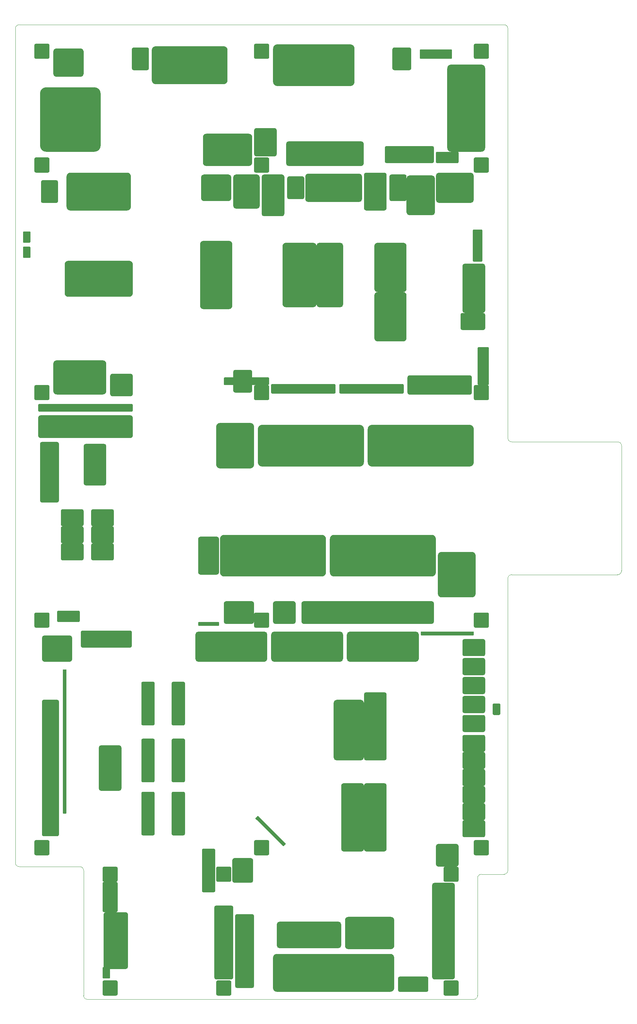
<source format=gbr>
G04 #@! TF.GenerationSoftware,KiCad,Pcbnew,6.0.10+dfsg-1~bpo11+1*
G04 #@! TF.ProjectId,main,6d61696e-2e6b-4696-9361-645f70636258,5.0*
G04 #@! TF.SameCoordinates,Original*
G04 #@! TF.FileFunction,Soldermask,Top*
G04 #@! TF.FilePolarity,Negative*
%FSLAX46Y46*%
G04 Gerber Fmt 4.6, Leading zero omitted, Abs format (unit mm)*
%MOMM*%
%LPD*%
G01*
G04 APERTURE LIST*
G04 #@! TA.AperFunction,Profile*
%ADD10C,0.120000*%
G04 #@! TD*
G04 APERTURE END LIST*
D10*
X94280000Y-276320000D02*
X94280000Y-243320000D01*
X198280000Y-245320000D02*
X198280000Y-276320000D01*
X235280000Y-165320000D02*
X207280000Y-165320000D01*
X197280000Y-277320000D02*
X95280000Y-277320000D01*
X93280000Y-242320000D02*
X77280000Y-242320000D01*
X206280000Y-21320000D02*
X206280000Y-129320000D01*
X76280000Y-241320000D02*
X76280000Y-21320000D01*
X207280000Y-130320000D02*
X235280000Y-130320000D01*
X236280000Y-131320000D02*
X236280000Y-164320000D01*
X206280000Y-166320000D02*
X206280000Y-243320000D01*
X77280000Y-20320000D02*
X205280000Y-20320000D01*
X205280000Y-244320000D02*
X199280000Y-244320000D01*
X206280000Y-129320000D02*
G75*
G03*
X207280000Y-130320000I1000000J0D01*
G01*
X206280000Y-21320000D02*
G75*
G03*
X205280000Y-20320000I-1000000J0D01*
G01*
X207280000Y-165320000D02*
G75*
G03*
X206280000Y-166320000I0J-1000000D01*
G01*
X205280000Y-244320000D02*
G75*
G03*
X206280000Y-243320000I0J1000000D01*
G01*
X94280000Y-243320000D02*
G75*
G03*
X93280000Y-242320000I-1000000J0D01*
G01*
X199280000Y-244320000D02*
G75*
G03*
X198280000Y-245320000I0J-1000000D01*
G01*
X197280000Y-277320000D02*
G75*
G03*
X198280000Y-276320000I0J1000000D01*
G01*
X76280000Y-241320000D02*
G75*
G03*
X77280000Y-242320000I999999J-1D01*
G01*
X235280000Y-165320000D02*
G75*
G03*
X236280000Y-164320000I0J1000000D01*
G01*
X77280000Y-20320000D02*
G75*
G03*
X76280000Y-21320000I-1J-999999D01*
G01*
X236280000Y-131320000D02*
G75*
G03*
X235280000Y-130320000I-1000000J0D01*
G01*
X94280000Y-276320000D02*
G75*
G03*
X95280000Y-277320000I1000000J0D01*
G01*
G36*
G01*
X112280000Y-35000000D02*
X112280000Y-27000000D01*
G75*
G02*
X113280000Y-26000000I1000000J0D01*
G01*
X131280000Y-26000000D01*
G75*
G02*
X132280000Y-27000000I0J-1000000D01*
G01*
X132280000Y-35000000D01*
G75*
G02*
X131280000Y-36000000I-1000000J0D01*
G01*
X113280000Y-36000000D01*
G75*
G02*
X112280000Y-35000000I0J1000000D01*
G01*
G37*
G36*
G01*
X101080000Y-271820000D02*
X99480000Y-271820000D01*
G75*
G02*
X99280000Y-271620000I0J200000D01*
G01*
X99280000Y-269020000D01*
G75*
G02*
X99480000Y-268820000I200000J0D01*
G01*
X101080000Y-268820000D01*
G75*
G02*
X101280000Y-269020000I0J-200000D01*
G01*
X101280000Y-271620000D01*
G75*
G02*
X101080000Y-271820000I-200000J0D01*
G01*
G37*
G36*
G01*
X148030000Y-65870000D02*
X148030000Y-60770000D01*
G75*
G02*
X148480000Y-60320000I450000J0D01*
G01*
X152080000Y-60320000D01*
G75*
G02*
X152530000Y-60770000I0J-450000D01*
G01*
X152530000Y-65870000D01*
G75*
G02*
X152080000Y-66320000I-450000J0D01*
G01*
X148480000Y-66320000D01*
G75*
G02*
X148030000Y-65870000I0J450000D01*
G01*
G37*
G36*
G01*
X162080000Y-94820000D02*
X156480000Y-94820000D01*
G75*
G02*
X155780000Y-94120000I0J700000D01*
G01*
X155780000Y-78520000D01*
G75*
G02*
X156480000Y-77820000I700000J0D01*
G01*
X162080000Y-77820000D01*
G75*
G02*
X162780000Y-78520000I0J-700000D01*
G01*
X162780000Y-94120000D01*
G75*
G02*
X162080000Y-94820000I-700000J0D01*
G01*
G37*
G36*
G01*
X97180000Y-53820000D02*
X84380000Y-53820000D01*
G75*
G02*
X82780000Y-52220000I0J1600000D01*
G01*
X82780000Y-38420000D01*
G75*
G02*
X84380000Y-36820000I1600000J0D01*
G01*
X97180000Y-36820000D01*
G75*
G02*
X98780000Y-38420000I0J-1600000D01*
G01*
X98780000Y-52220000D01*
G75*
G02*
X97180000Y-53820000I-1600000J0D01*
G01*
G37*
G36*
G01*
X83280000Y-187620000D02*
X83280000Y-182020000D01*
G75*
G02*
X83980000Y-181320000I700000J0D01*
G01*
X90580000Y-181320000D01*
G75*
G02*
X91280000Y-182020000I0J-700000D01*
G01*
X91280000Y-187620000D01*
G75*
G02*
X90580000Y-188320000I-700000J0D01*
G01*
X83980000Y-188320000D01*
G75*
G02*
X83280000Y-187620000I0J700000D01*
G01*
G37*
G36*
G01*
X143780000Y-187520000D02*
X143780000Y-181120000D01*
G75*
G02*
X144580000Y-180320000I800000J0D01*
G01*
X161980000Y-180320000D01*
G75*
G02*
X162780000Y-181120000I0J-800000D01*
G01*
X162780000Y-187520000D01*
G75*
G02*
X161980000Y-188320000I-800000J0D01*
G01*
X144580000Y-188320000D01*
G75*
G02*
X143780000Y-187520000I0J800000D01*
G01*
G37*
G36*
G01*
X186880000Y-246570000D02*
X191680000Y-246570000D01*
G75*
G02*
X192280000Y-247170000I0J-600000D01*
G01*
X192280000Y-271470000D01*
G75*
G02*
X191680000Y-272070000I-600000J0D01*
G01*
X186880000Y-272070000D01*
G75*
G02*
X186280000Y-271470000I0J600000D01*
G01*
X186280000Y-247170000D01*
G75*
G02*
X186880000Y-246570000I600000J0D01*
G01*
G37*
G36*
G01*
X130280000Y-164720000D02*
X130280000Y-155920000D01*
G75*
G02*
X131380000Y-154820000I1100000J0D01*
G01*
X157180000Y-154820000D01*
G75*
G02*
X158280000Y-155920000I0J-1100000D01*
G01*
X158280000Y-164720000D01*
G75*
G02*
X157180000Y-165820000I-1100000J0D01*
G01*
X131380000Y-165820000D01*
G75*
G02*
X130280000Y-164720000I0J1100000D01*
G01*
G37*
G36*
G01*
X109880000Y-208570000D02*
X112680000Y-208570000D01*
G75*
G02*
X113030000Y-208920000I0J-350000D01*
G01*
X113030000Y-219720000D01*
G75*
G02*
X112680000Y-220070000I-350000J0D01*
G01*
X109880000Y-220070000D01*
G75*
G02*
X109530000Y-219720000I0J350000D01*
G01*
X109530000Y-208920000D01*
G75*
G02*
X109880000Y-208570000I350000J0D01*
G01*
G37*
G36*
G01*
X186780000Y-172920000D02*
X186780000Y-177720000D01*
G75*
G02*
X186180000Y-178320000I-600000J0D01*
G01*
X152380000Y-178320000D01*
G75*
G02*
X151780000Y-177720000I0J600000D01*
G01*
X151780000Y-172920000D01*
G75*
G02*
X152380000Y-172320000I600000J0D01*
G01*
X186180000Y-172320000D01*
G75*
G02*
X186780000Y-172920000I0J-600000D01*
G01*
G37*
G36*
G01*
X93530000Y-184120000D02*
X93530000Y-180520000D01*
G75*
G02*
X93980000Y-180070000I450000J0D01*
G01*
X106580000Y-180070000D01*
G75*
G02*
X107030000Y-180520000I0J-450000D01*
G01*
X107030000Y-184120000D01*
G75*
G02*
X106580000Y-184570000I-450000J0D01*
G01*
X93980000Y-184570000D01*
G75*
G02*
X93530000Y-184120000I0J450000D01*
G01*
G37*
G36*
G01*
X107030000Y-31870000D02*
X107030000Y-26770000D01*
G75*
G02*
X107480000Y-26320000I450000J0D01*
G01*
X111080000Y-26320000D01*
G75*
G02*
X111530000Y-26770000I0J-450000D01*
G01*
X111530000Y-31870000D01*
G75*
G02*
X111080000Y-32320000I-450000J0D01*
G01*
X107480000Y-32320000D01*
G75*
G02*
X107030000Y-31870000I0J450000D01*
G01*
G37*
G36*
G01*
X150280000Y-172920000D02*
X150280000Y-177720000D01*
G75*
G02*
X149680000Y-178320000I-600000J0D01*
G01*
X144880000Y-178320000D01*
G75*
G02*
X144280000Y-177720000I0J600000D01*
G01*
X144280000Y-172920000D01*
G75*
G02*
X144880000Y-172320000I600000J0D01*
G01*
X149680000Y-172320000D01*
G75*
G02*
X150280000Y-172920000I0J-600000D01*
G01*
G37*
G36*
G01*
X99280000Y-275920000D02*
X99280000Y-272720000D01*
G75*
G02*
X99680000Y-272320000I400000J0D01*
G01*
X102880000Y-272320000D01*
G75*
G02*
X103280000Y-272720000I0J-400000D01*
G01*
X103280000Y-275920000D01*
G75*
G02*
X102880000Y-276320000I-400000J0D01*
G01*
X99680000Y-276320000D01*
G75*
G02*
X99280000Y-275920000I0J400000D01*
G01*
G37*
G36*
G01*
X139280000Y-178920000D02*
X139280000Y-175720000D01*
G75*
G02*
X139680000Y-175320000I400000J0D01*
G01*
X142880000Y-175320000D01*
G75*
G02*
X143280000Y-175720000I0J-400000D01*
G01*
X143280000Y-178920000D01*
G75*
G02*
X142880000Y-179320000I-400000J0D01*
G01*
X139680000Y-179320000D01*
G75*
G02*
X139280000Y-178920000I0J400000D01*
G01*
G37*
G36*
G01*
X81280000Y-238920000D02*
X81280000Y-235720000D01*
G75*
G02*
X81680000Y-235320000I400000J0D01*
G01*
X84880000Y-235320000D01*
G75*
G02*
X85280000Y-235720000I0J-400000D01*
G01*
X85280000Y-238920000D01*
G75*
G02*
X84880000Y-239320000I-400000J0D01*
G01*
X81680000Y-239320000D01*
G75*
G02*
X81280000Y-238920000I0J400000D01*
G01*
G37*
G36*
G01*
X81280000Y-178920000D02*
X81280000Y-175720000D01*
G75*
G02*
X81680000Y-175320000I400000J0D01*
G01*
X84880000Y-175320000D01*
G75*
G02*
X85280000Y-175720000I0J-400000D01*
G01*
X85280000Y-178920000D01*
G75*
G02*
X84880000Y-179320000I-400000J0D01*
G01*
X81680000Y-179320000D01*
G75*
G02*
X81280000Y-178920000I0J400000D01*
G01*
G37*
G36*
G01*
X189280000Y-275920000D02*
X189280000Y-272720000D01*
G75*
G02*
X189680000Y-272320000I400000J0D01*
G01*
X192880000Y-272320000D01*
G75*
G02*
X193280000Y-272720000I0J-400000D01*
G01*
X193280000Y-275920000D01*
G75*
G02*
X192880000Y-276320000I-400000J0D01*
G01*
X189680000Y-276320000D01*
G75*
G02*
X189280000Y-275920000I0J400000D01*
G01*
G37*
G36*
G01*
X129280000Y-245920000D02*
X129280000Y-242720000D01*
G75*
G02*
X129680000Y-242320000I400000J0D01*
G01*
X132880000Y-242320000D01*
G75*
G02*
X133280000Y-242720000I0J-400000D01*
G01*
X133280000Y-245920000D01*
G75*
G02*
X132880000Y-246320000I-400000J0D01*
G01*
X129680000Y-246320000D01*
G75*
G02*
X129280000Y-245920000I0J400000D01*
G01*
G37*
G36*
G01*
X139280000Y-58920000D02*
X139280000Y-55720000D01*
G75*
G02*
X139680000Y-55320000I400000J0D01*
G01*
X142880000Y-55320000D01*
G75*
G02*
X143280000Y-55720000I0J-400000D01*
G01*
X143280000Y-58920000D01*
G75*
G02*
X142880000Y-59320000I-400000J0D01*
G01*
X139680000Y-59320000D01*
G75*
G02*
X139280000Y-58920000I0J400000D01*
G01*
G37*
G36*
G01*
X139280000Y-118920000D02*
X139280000Y-115720000D01*
G75*
G02*
X139680000Y-115320000I400000J0D01*
G01*
X142880000Y-115320000D01*
G75*
G02*
X143280000Y-115720000I0J-400000D01*
G01*
X143280000Y-118920000D01*
G75*
G02*
X142880000Y-119320000I-400000J0D01*
G01*
X139680000Y-119320000D01*
G75*
G02*
X139280000Y-118920000I0J400000D01*
G01*
G37*
G36*
G01*
X197280000Y-28920000D02*
X197280000Y-25720000D01*
G75*
G02*
X197680000Y-25320000I400000J0D01*
G01*
X200880000Y-25320000D01*
G75*
G02*
X201280000Y-25720000I0J-400000D01*
G01*
X201280000Y-28920000D01*
G75*
G02*
X200880000Y-29320000I-400000J0D01*
G01*
X197680000Y-29320000D01*
G75*
G02*
X197280000Y-28920000I0J400000D01*
G01*
G37*
G36*
G01*
X197280000Y-178920000D02*
X197280000Y-175720000D01*
G75*
G02*
X197680000Y-175320000I400000J0D01*
G01*
X200880000Y-175320000D01*
G75*
G02*
X201280000Y-175720000I0J-400000D01*
G01*
X201280000Y-178920000D01*
G75*
G02*
X200880000Y-179320000I-400000J0D01*
G01*
X197680000Y-179320000D01*
G75*
G02*
X197280000Y-178920000I0J400000D01*
G01*
G37*
G36*
G01*
X99280000Y-245920000D02*
X99280000Y-242720000D01*
G75*
G02*
X99680000Y-242320000I400000J0D01*
G01*
X102880000Y-242320000D01*
G75*
G02*
X103280000Y-242720000I0J-400000D01*
G01*
X103280000Y-245920000D01*
G75*
G02*
X102880000Y-246320000I-400000J0D01*
G01*
X99680000Y-246320000D01*
G75*
G02*
X99280000Y-245920000I0J400000D01*
G01*
G37*
G36*
G01*
X81280000Y-118920000D02*
X81280000Y-115720000D01*
G75*
G02*
X81680000Y-115320000I400000J0D01*
G01*
X84880000Y-115320000D01*
G75*
G02*
X85280000Y-115720000I0J-400000D01*
G01*
X85280000Y-118920000D01*
G75*
G02*
X84880000Y-119320000I-400000J0D01*
G01*
X81680000Y-119320000D01*
G75*
G02*
X81280000Y-118920000I0J400000D01*
G01*
G37*
G36*
G01*
X189280000Y-245920000D02*
X189280000Y-242720000D01*
G75*
G02*
X189680000Y-242320000I400000J0D01*
G01*
X192880000Y-242320000D01*
G75*
G02*
X193280000Y-242720000I0J-400000D01*
G01*
X193280000Y-245920000D01*
G75*
G02*
X192880000Y-246320000I-400000J0D01*
G01*
X189680000Y-246320000D01*
G75*
G02*
X189280000Y-245920000I0J400000D01*
G01*
G37*
G36*
G01*
X129280000Y-275920000D02*
X129280000Y-272720000D01*
G75*
G02*
X129680000Y-272320000I400000J0D01*
G01*
X132880000Y-272320000D01*
G75*
G02*
X133280000Y-272720000I0J-400000D01*
G01*
X133280000Y-275920000D01*
G75*
G02*
X132880000Y-276320000I-400000J0D01*
G01*
X129680000Y-276320000D01*
G75*
G02*
X129280000Y-275920000I0J400000D01*
G01*
G37*
G36*
G01*
X139280000Y-28920000D02*
X139280000Y-25720000D01*
G75*
G02*
X139680000Y-25320000I400000J0D01*
G01*
X142880000Y-25320000D01*
G75*
G02*
X143280000Y-25720000I0J-400000D01*
G01*
X143280000Y-28920000D01*
G75*
G02*
X142880000Y-29320000I-400000J0D01*
G01*
X139680000Y-29320000D01*
G75*
G02*
X139280000Y-28920000I0J400000D01*
G01*
G37*
G36*
G01*
X81280000Y-58920000D02*
X81280000Y-55720000D01*
G75*
G02*
X81680000Y-55320000I400000J0D01*
G01*
X84880000Y-55320000D01*
G75*
G02*
X85280000Y-55720000I0J-400000D01*
G01*
X85280000Y-58920000D01*
G75*
G02*
X84880000Y-59320000I-400000J0D01*
G01*
X81680000Y-59320000D01*
G75*
G02*
X81280000Y-58920000I0J400000D01*
G01*
G37*
G36*
G01*
X197280000Y-238920000D02*
X197280000Y-235720000D01*
G75*
G02*
X197680000Y-235320000I400000J0D01*
G01*
X200880000Y-235320000D01*
G75*
G02*
X201280000Y-235720000I0J-400000D01*
G01*
X201280000Y-238920000D01*
G75*
G02*
X200880000Y-239320000I-400000J0D01*
G01*
X197680000Y-239320000D01*
G75*
G02*
X197280000Y-238920000I0J400000D01*
G01*
G37*
G36*
G01*
X197280000Y-118920000D02*
X197280000Y-115720000D01*
G75*
G02*
X197680000Y-115320000I400000J0D01*
G01*
X200880000Y-115320000D01*
G75*
G02*
X201280000Y-115720000I0J-400000D01*
G01*
X201280000Y-118920000D01*
G75*
G02*
X200880000Y-119320000I-400000J0D01*
G01*
X197680000Y-119320000D01*
G75*
G02*
X197280000Y-118920000I0J400000D01*
G01*
G37*
G36*
G01*
X197280000Y-58920000D02*
X197280000Y-55720000D01*
G75*
G02*
X197680000Y-55320000I400000J0D01*
G01*
X200880000Y-55320000D01*
G75*
G02*
X201280000Y-55720000I0J-400000D01*
G01*
X201280000Y-58920000D01*
G75*
G02*
X200880000Y-59320000I-400000J0D01*
G01*
X197680000Y-59320000D01*
G75*
G02*
X197280000Y-58920000I0J400000D01*
G01*
G37*
G36*
G01*
X81280000Y-28920000D02*
X81280000Y-25720000D01*
G75*
G02*
X81680000Y-25320000I400000J0D01*
G01*
X84880000Y-25320000D01*
G75*
G02*
X85280000Y-25720000I0J-400000D01*
G01*
X85280000Y-28920000D01*
G75*
G02*
X84880000Y-29320000I-400000J0D01*
G01*
X81680000Y-29320000D01*
G75*
G02*
X81280000Y-28920000I0J400000D01*
G01*
G37*
G36*
G01*
X139280000Y-238920000D02*
X139280000Y-235720000D01*
G75*
G02*
X139680000Y-235320000I400000J0D01*
G01*
X142880000Y-235320000D01*
G75*
G02*
X143280000Y-235720000I0J-400000D01*
G01*
X143280000Y-238920000D01*
G75*
G02*
X142880000Y-239320000I-400000J0D01*
G01*
X139680000Y-239320000D01*
G75*
G02*
X139280000Y-238920000I0J400000D01*
G01*
G37*
G36*
G01*
X152780000Y-66320000D02*
X152780000Y-60320000D01*
G75*
G02*
X153530000Y-59570000I750000J0D01*
G01*
X167030000Y-59570000D01*
G75*
G02*
X167780000Y-60320000I0J-750000D01*
G01*
X167780000Y-66320000D01*
G75*
G02*
X167030000Y-67070000I-750000J0D01*
G01*
X153530000Y-67070000D01*
G75*
G02*
X152780000Y-66320000I0J750000D01*
G01*
G37*
G36*
G01*
X168280000Y-68720000D02*
X168280000Y-59920000D01*
G75*
G02*
X168880000Y-59320000I600000J0D01*
G01*
X173680000Y-59320000D01*
G75*
G02*
X174280000Y-59920000I0J-600000D01*
G01*
X174280000Y-68720000D01*
G75*
G02*
X173680000Y-69320000I-600000J0D01*
G01*
X168880000Y-69320000D01*
G75*
G02*
X168280000Y-68720000I0J600000D01*
G01*
G37*
G36*
G01*
X133780000Y-68120000D02*
X133780000Y-60520000D01*
G75*
G02*
X134480000Y-59820000I700000J0D01*
G01*
X140080000Y-59820000D01*
G75*
G02*
X140780000Y-60520000I0J-700000D01*
G01*
X140780000Y-68120000D01*
G75*
G02*
X140080000Y-68820000I-700000J0D01*
G01*
X134480000Y-68820000D01*
G75*
G02*
X133780000Y-68120000I0J700000D01*
G01*
G37*
G36*
G01*
X117880000Y-222570000D02*
X120680000Y-222570000D01*
G75*
G02*
X121030000Y-222920000I0J-350000D01*
G01*
X121030000Y-233720000D01*
G75*
G02*
X120680000Y-234070000I-350000J0D01*
G01*
X117880000Y-234070000D01*
G75*
G02*
X117530000Y-233720000I0J350000D01*
G01*
X117530000Y-222920000D01*
G75*
G02*
X117880000Y-222570000I350000J0D01*
G01*
G37*
G36*
G01*
X100280000Y-109720000D02*
X100280000Y-116920000D01*
G75*
G02*
X99380000Y-117820000I-900000J0D01*
G01*
X87180000Y-117820000D01*
G75*
G02*
X86280000Y-116920000I0J900000D01*
G01*
X86280000Y-109720000D01*
G75*
G02*
X87180000Y-108820000I900000J0D01*
G01*
X99380000Y-108820000D01*
G75*
G02*
X100280000Y-109720000I0J-900000D01*
G01*
G37*
G36*
G01*
X80080000Y-77820000D02*
X78480000Y-77820000D01*
G75*
G02*
X78280000Y-77620000I0J200000D01*
G01*
X78280000Y-75020000D01*
G75*
G02*
X78480000Y-74820000I200000J0D01*
G01*
X80080000Y-74820000D01*
G75*
G02*
X80280000Y-75020000I0J-200000D01*
G01*
X80280000Y-77620000D01*
G75*
G02*
X80080000Y-77820000I-200000J0D01*
G01*
G37*
G36*
G01*
X163780000Y-187520000D02*
X163780000Y-181120000D01*
G75*
G02*
X164580000Y-180320000I800000J0D01*
G01*
X181980000Y-180320000D01*
G75*
G02*
X182780000Y-181120000I0J-800000D01*
G01*
X182780000Y-187520000D01*
G75*
G02*
X181980000Y-188320000I-800000J0D01*
G01*
X164580000Y-188320000D01*
G75*
G02*
X163780000Y-187520000I0J800000D01*
G01*
G37*
G36*
G01*
X80080000Y-81820000D02*
X78480000Y-81820000D01*
G75*
G02*
X78280000Y-81620000I0J200000D01*
G01*
X78280000Y-79020000D01*
G75*
G02*
X78480000Y-78820000I200000J0D01*
G01*
X80080000Y-78820000D01*
G75*
G02*
X80280000Y-79020000I0J-200000D01*
G01*
X80280000Y-81620000D01*
G75*
G02*
X80080000Y-81820000I-200000J0D01*
G01*
G37*
G36*
G01*
X107280000Y-112920000D02*
X107280000Y-117720000D01*
G75*
G02*
X106680000Y-118320000I-600000J0D01*
G01*
X101880000Y-118320000D01*
G75*
G02*
X101280000Y-117720000I0J600000D01*
G01*
X101280000Y-112920000D01*
G75*
G02*
X101880000Y-112320000I600000J0D01*
G01*
X106680000Y-112320000D01*
G75*
G02*
X107280000Y-112920000I0J-600000D01*
G01*
G37*
G36*
G01*
X89780000Y-68320000D02*
X89780000Y-60320000D01*
G75*
G02*
X90780000Y-59320000I1000000J0D01*
G01*
X105780000Y-59320000D01*
G75*
G02*
X106780000Y-60320000I0J-1000000D01*
G01*
X106780000Y-68320000D01*
G75*
G02*
X105780000Y-69320000I-1000000J0D01*
G01*
X90780000Y-69320000D01*
G75*
G02*
X89780000Y-68320000I0J1000000D01*
G01*
G37*
G36*
G01*
X147636397Y-236363604D02*
X147070711Y-236929290D01*
G75*
G02*
X146929289Y-236929290I-70711J70711D01*
G01*
X139646089Y-229646090D01*
G75*
G02*
X139646089Y-229504668I70711J70711D01*
G01*
X140211775Y-228938982D01*
G75*
G02*
X140353197Y-228938982I70711J-70711D01*
G01*
X147636397Y-236222182D01*
G75*
G02*
X147636397Y-236363604I-70711J-70711D01*
G01*
G37*
G36*
G01*
X129280000Y-252570000D02*
X133280000Y-252570000D01*
G75*
G02*
X133780000Y-253070000I0J-500000D01*
G01*
X133780000Y-271570000D01*
G75*
G02*
X133280000Y-272070000I-500000J0D01*
G01*
X129280000Y-272070000D01*
G75*
G02*
X128780000Y-271570000I0J500000D01*
G01*
X128780000Y-253070000D01*
G75*
G02*
X129280000Y-252570000I500000J0D01*
G01*
G37*
G36*
G01*
X93830000Y-157070000D02*
X88730000Y-157070000D01*
G75*
G02*
X88280000Y-156620000I0J450000D01*
G01*
X88280000Y-153020000D01*
G75*
G02*
X88730000Y-152570000I450000J0D01*
G01*
X93830000Y-152570000D01*
G75*
G02*
X94280000Y-153020000I0J-450000D01*
G01*
X94280000Y-156620000D01*
G75*
G02*
X93830000Y-157070000I-450000J0D01*
G01*
G37*
G36*
G01*
X179530000Y-69820000D02*
X179530000Y-60820000D01*
G75*
G02*
X180280000Y-60070000I750000J0D01*
G01*
X186280000Y-60070000D01*
G75*
G02*
X187030000Y-60820000I0J-750000D01*
G01*
X187030000Y-69820000D01*
G75*
G02*
X186280000Y-70570000I-750000J0D01*
G01*
X180280000Y-70570000D01*
G75*
G02*
X179530000Y-69820000I0J750000D01*
G01*
G37*
G36*
G01*
X87330000Y-234320000D02*
X83730000Y-234320000D01*
G75*
G02*
X83280000Y-233870000I0J450000D01*
G01*
X83280000Y-198770000D01*
G75*
G02*
X83730000Y-198320000I450000J0D01*
G01*
X87330000Y-198320000D01*
G75*
G02*
X87780000Y-198770000I0J-450000D01*
G01*
X87780000Y-233870000D01*
G75*
G02*
X87330000Y-234320000I-450000J0D01*
G01*
G37*
G36*
G01*
X187280000Y-56520000D02*
X187280000Y-54120000D01*
G75*
G02*
X187580000Y-53820000I300000J0D01*
G01*
X192980000Y-53820000D01*
G75*
G02*
X193280000Y-54120000I0J-300000D01*
G01*
X193280000Y-56520000D01*
G75*
G02*
X192980000Y-56820000I-300000J0D01*
G01*
X187580000Y-56820000D01*
G75*
G02*
X187280000Y-56520000I0J300000D01*
G01*
G37*
G36*
G01*
X162280000Y-257520000D02*
X162280000Y-263120000D01*
G75*
G02*
X161580000Y-263820000I-700000J0D01*
G01*
X145980000Y-263820000D01*
G75*
G02*
X145280000Y-263120000I0J700000D01*
G01*
X145280000Y-257520000D01*
G75*
G02*
X145980000Y-256820000I700000J0D01*
G01*
X161580000Y-256820000D01*
G75*
G02*
X162280000Y-257520000I0J-700000D01*
G01*
G37*
G36*
G01*
X131880000Y-172320000D02*
X138680000Y-172320000D01*
G75*
G02*
X139280000Y-172920000I0J-600000D01*
G01*
X139280000Y-177720000D01*
G75*
G02*
X138680000Y-178320000I-600000J0D01*
G01*
X131880000Y-178320000D01*
G75*
G02*
X131280000Y-177720000I0J600000D01*
G01*
X131280000Y-172920000D01*
G75*
G02*
X131880000Y-172320000I600000J0D01*
G01*
G37*
G36*
G01*
X93280000Y-175120000D02*
X93280000Y-177520000D01*
G75*
G02*
X92980000Y-177820000I-300000J0D01*
G01*
X87580000Y-177820000D01*
G75*
G02*
X87280000Y-177520000I0J300000D01*
G01*
X87280000Y-175120000D01*
G75*
G02*
X87580000Y-174820000I300000J0D01*
G01*
X92980000Y-174820000D01*
G75*
G02*
X93280000Y-175120000I0J-300000D01*
G01*
G37*
G36*
G01*
X194730000Y-230070000D02*
X199830000Y-230070000D01*
G75*
G02*
X200280000Y-230520000I0J-450000D01*
G01*
X200280000Y-234120000D01*
G75*
G02*
X199830000Y-234570000I-450000J0D01*
G01*
X194730000Y-234570000D01*
G75*
G02*
X194280000Y-234120000I0J450000D01*
G01*
X194280000Y-230520000D01*
G75*
G02*
X194730000Y-230070000I450000J0D01*
G01*
G37*
G36*
G01*
X194230000Y-96320000D02*
X199830000Y-96320000D01*
G75*
G02*
X200280000Y-96770000I0J-450000D01*
G01*
X200280000Y-100370000D01*
G75*
G02*
X199830000Y-100820000I-450000J0D01*
G01*
X194230000Y-100820000D01*
G75*
G02*
X193780000Y-100370000I0J450000D01*
G01*
X193780000Y-96770000D01*
G75*
G02*
X194230000Y-96320000I450000J0D01*
G01*
G37*
G36*
G01*
X94880000Y-130820000D02*
X99680000Y-130820000D01*
G75*
G02*
X100280000Y-131420000I0J-600000D01*
G01*
X100280000Y-141220000D01*
G75*
G02*
X99680000Y-141820000I-600000J0D01*
G01*
X94880000Y-141820000D01*
G75*
G02*
X94280000Y-141220000I0J600000D01*
G01*
X94280000Y-131420000D01*
G75*
G02*
X94880000Y-130820000I600000J0D01*
G01*
G37*
G36*
G01*
X117880000Y-193570000D02*
X120680000Y-193570000D01*
G75*
G02*
X121030000Y-193920000I0J-350000D01*
G01*
X121030000Y-204720000D01*
G75*
G02*
X120680000Y-205070000I-350000J0D01*
G01*
X117880000Y-205070000D01*
G75*
G02*
X117530000Y-204720000I0J350000D01*
G01*
X117530000Y-193920000D01*
G75*
G02*
X117880000Y-193570000I350000J0D01*
G01*
G37*
G36*
G01*
X98880000Y-210320000D02*
X103680000Y-210320000D01*
G75*
G02*
X104280000Y-210920000I0J-600000D01*
G01*
X104280000Y-221720000D01*
G75*
G02*
X103680000Y-222320000I-600000J0D01*
G01*
X98880000Y-222320000D01*
G75*
G02*
X98280000Y-221720000I0J600000D01*
G01*
X98280000Y-210920000D01*
G75*
G02*
X98880000Y-210320000I600000J0D01*
G01*
G37*
G36*
G01*
X194730000Y-225570000D02*
X199830000Y-225570000D01*
G75*
G02*
X200280000Y-226020000I0J-450000D01*
G01*
X200280000Y-229620000D01*
G75*
G02*
X199830000Y-230070000I-450000J0D01*
G01*
X194730000Y-230070000D01*
G75*
G02*
X194280000Y-229620000I0J450000D01*
G01*
X194280000Y-226020000D01*
G75*
G02*
X194730000Y-225570000I450000J0D01*
G01*
G37*
G36*
G01*
X178780000Y-115320000D02*
X178780000Y-117320000D01*
G75*
G02*
X178530000Y-117570000I-250000J0D01*
G01*
X162030000Y-117570000D01*
G75*
G02*
X161780000Y-117320000I0J250000D01*
G01*
X161780000Y-115320000D01*
G75*
G02*
X162030000Y-115070000I250000J0D01*
G01*
X178530000Y-115070000D01*
G75*
G02*
X178780000Y-115320000I0J-250000D01*
G01*
G37*
G36*
G01*
X89680000Y-228320000D02*
X88880000Y-228320000D01*
G75*
G02*
X88780000Y-228220000I0J100000D01*
G01*
X88780000Y-190420000D01*
G75*
G02*
X88880000Y-190320000I100000J0D01*
G01*
X89680000Y-190320000D01*
G75*
G02*
X89780000Y-190420000I0J-100000D01*
G01*
X89780000Y-228220000D01*
G75*
G02*
X89680000Y-228320000I-100000J0D01*
G01*
G37*
G36*
G01*
X194730000Y-207570000D02*
X199830000Y-207570000D01*
G75*
G02*
X200280000Y-208020000I0J-450000D01*
G01*
X200280000Y-211620000D01*
G75*
G02*
X199830000Y-212070000I-450000J0D01*
G01*
X194730000Y-212070000D01*
G75*
G02*
X194280000Y-211620000I0J450000D01*
G01*
X194280000Y-208020000D01*
G75*
G02*
X194730000Y-207570000I450000J0D01*
G01*
G37*
G36*
G01*
X183030000Y-29070000D02*
X183030000Y-27070000D01*
G75*
G02*
X183280000Y-26820000I250000J0D01*
G01*
X191280000Y-26820000D01*
G75*
G02*
X191530000Y-27070000I0J-250000D01*
G01*
X191530000Y-29070000D01*
G75*
G02*
X191280000Y-29320000I-250000J0D01*
G01*
X183280000Y-29320000D01*
G75*
G02*
X183030000Y-29070000I0J250000D01*
G01*
G37*
G36*
G01*
X138780000Y-274320000D02*
X134780000Y-274320000D01*
G75*
G02*
X134280000Y-273820000I0J500000D01*
G01*
X134280000Y-255320000D01*
G75*
G02*
X134780000Y-254820000I500000J0D01*
G01*
X138780000Y-254820000D01*
G75*
G02*
X139280000Y-255320000I0J-500000D01*
G01*
X139280000Y-273820000D01*
G75*
G02*
X138780000Y-274320000I-500000J0D01*
G01*
G37*
G36*
G01*
X83030000Y-66870000D02*
X83030000Y-61770000D01*
G75*
G02*
X83480000Y-61320000I450000J0D01*
G01*
X87080000Y-61320000D01*
G75*
G02*
X87530000Y-61770000I0J-450000D01*
G01*
X87530000Y-66870000D01*
G75*
G02*
X87080000Y-67320000I-450000J0D01*
G01*
X83480000Y-67320000D01*
G75*
G02*
X83030000Y-66870000I0J450000D01*
G01*
G37*
G36*
G01*
X194730000Y-187320000D02*
X199830000Y-187320000D01*
G75*
G02*
X200280000Y-187770000I0J-450000D01*
G01*
X200280000Y-191370000D01*
G75*
G02*
X199830000Y-191820000I-450000J0D01*
G01*
X194730000Y-191820000D01*
G75*
G02*
X194280000Y-191370000I0J450000D01*
G01*
X194280000Y-187770000D01*
G75*
G02*
X194730000Y-187320000I450000J0D01*
G01*
G37*
G36*
G01*
X107080000Y-122320000D02*
X82480000Y-122320000D01*
G75*
G02*
X82280000Y-122120000I0J200000D01*
G01*
X82280000Y-120520000D01*
G75*
G02*
X82480000Y-120320000I200000J0D01*
G01*
X107080000Y-120320000D01*
G75*
G02*
X107280000Y-120520000I0J-200000D01*
G01*
X107280000Y-122120000D01*
G75*
G02*
X107080000Y-122320000I-200000J0D01*
G01*
G37*
G36*
G01*
X194730000Y-212070000D02*
X199830000Y-212070000D01*
G75*
G02*
X200280000Y-212520000I0J-450000D01*
G01*
X200280000Y-216120000D01*
G75*
G02*
X199830000Y-216570000I-450000J0D01*
G01*
X194730000Y-216570000D01*
G75*
G02*
X194280000Y-216120000I0J450000D01*
G01*
X194280000Y-212520000D01*
G75*
G02*
X194730000Y-212070000I450000J0D01*
G01*
G37*
G36*
G01*
X194880000Y-83320000D02*
X199680000Y-83320000D01*
G75*
G02*
X200280000Y-83920000I0J-600000D01*
G01*
X200280000Y-95720000D01*
G75*
G02*
X199680000Y-96320000I-600000J0D01*
G01*
X194880000Y-96320000D01*
G75*
G02*
X194280000Y-95720000I0J600000D01*
G01*
X194280000Y-83920000D01*
G75*
G02*
X194880000Y-83320000I600000J0D01*
G01*
G37*
G36*
G01*
X194730000Y-192320000D02*
X199830000Y-192320000D01*
G75*
G02*
X200280000Y-192770000I0J-450000D01*
G01*
X200280000Y-196370000D01*
G75*
G02*
X199830000Y-196820000I-450000J0D01*
G01*
X194730000Y-196820000D01*
G75*
G02*
X194280000Y-196370000I0J450000D01*
G01*
X194280000Y-192770000D01*
G75*
G02*
X194730000Y-192320000I450000J0D01*
G01*
G37*
G36*
G01*
X173680000Y-238320000D02*
X168880000Y-238320000D01*
G75*
G02*
X168280000Y-237720000I0J600000D01*
G01*
X168280000Y-220920000D01*
G75*
G02*
X168880000Y-220320000I600000J0D01*
G01*
X173680000Y-220320000D01*
G75*
G02*
X174280000Y-220920000I0J-600000D01*
G01*
X174280000Y-237720000D01*
G75*
G02*
X173680000Y-238320000I-600000J0D01*
G01*
G37*
G36*
G01*
X143280000Y-113520000D02*
X143280000Y-115120000D01*
G75*
G02*
X143080000Y-115320000I-200000J0D01*
G01*
X131480000Y-115320000D01*
G75*
G02*
X131280000Y-115120000I0J200000D01*
G01*
X131280000Y-113520000D01*
G75*
G02*
X131480000Y-113320000I200000J0D01*
G01*
X143080000Y-113320000D01*
G75*
G02*
X143280000Y-113520000I0J-200000D01*
G01*
G37*
G36*
G01*
X194730000Y-221070000D02*
X199830000Y-221070000D01*
G75*
G02*
X200280000Y-221520000I0J-450000D01*
G01*
X200280000Y-225120000D01*
G75*
G02*
X199830000Y-225570000I-450000J0D01*
G01*
X194730000Y-225570000D01*
G75*
G02*
X194280000Y-225120000I0J450000D01*
G01*
X194280000Y-221520000D01*
G75*
G02*
X194730000Y-221070000I450000J0D01*
G01*
G37*
G36*
G01*
X101830000Y-161570000D02*
X96730000Y-161570000D01*
G75*
G02*
X96280000Y-161120000I0J450000D01*
G01*
X96280000Y-157520000D01*
G75*
G02*
X96730000Y-157070000I450000J0D01*
G01*
X101830000Y-157070000D01*
G75*
G02*
X102280000Y-157520000I0J-450000D01*
G01*
X102280000Y-161120000D01*
G75*
G02*
X101830000Y-161570000I-450000J0D01*
G01*
G37*
G36*
G01*
X194730000Y-202320000D02*
X199830000Y-202320000D01*
G75*
G02*
X200280000Y-202770000I0J-450000D01*
G01*
X200280000Y-206370000D01*
G75*
G02*
X199830000Y-206820000I-450000J0D01*
G01*
X194730000Y-206820000D01*
G75*
G02*
X194280000Y-206370000I0J450000D01*
G01*
X194280000Y-202770000D01*
G75*
G02*
X194730000Y-202320000I450000J0D01*
G01*
G37*
G36*
G01*
X194730000Y-216570000D02*
X199830000Y-216570000D01*
G75*
G02*
X200280000Y-217020000I0J-450000D01*
G01*
X200280000Y-220620000D01*
G75*
G02*
X199830000Y-221070000I-450000J0D01*
G01*
X194730000Y-221070000D01*
G75*
G02*
X194280000Y-220620000I0J450000D01*
G01*
X194280000Y-217020000D01*
G75*
G02*
X194730000Y-216570000I450000J0D01*
G01*
G37*
G36*
G01*
X175780000Y-31820000D02*
X175780000Y-26820000D01*
G75*
G02*
X176280000Y-26320000I500000J0D01*
G01*
X180280000Y-26320000D01*
G75*
G02*
X180780000Y-26820000I0J-500000D01*
G01*
X180780000Y-31820000D01*
G75*
G02*
X180280000Y-32320000I-500000J0D01*
G01*
X176280000Y-32320000D01*
G75*
G02*
X175780000Y-31820000I0J500000D01*
G01*
G37*
G36*
G01*
X144300000Y-35400000D02*
X144300000Y-26600000D01*
G75*
G02*
X145400000Y-25500000I1100000J0D01*
G01*
X164700000Y-25500000D01*
G75*
G02*
X165800000Y-26600000I0J-1100000D01*
G01*
X165800000Y-35400000D01*
G75*
G02*
X164700000Y-36500000I-1100000J0D01*
G01*
X145400000Y-36500000D01*
G75*
G02*
X144300000Y-35400000I0J1100000D01*
G01*
G37*
G36*
G01*
X187280000Y-66520000D02*
X187280000Y-60120000D01*
G75*
G02*
X188080000Y-59320000I800000J0D01*
G01*
X196480000Y-59320000D01*
G75*
G02*
X197280000Y-60120000I0J-800000D01*
G01*
X197280000Y-66520000D01*
G75*
G02*
X196480000Y-67320000I-800000J0D01*
G01*
X188080000Y-67320000D01*
G75*
G02*
X187280000Y-66520000I0J800000D01*
G01*
G37*
G36*
G01*
X93830000Y-161570000D02*
X88730000Y-161570000D01*
G75*
G02*
X88280000Y-161120000I0J450000D01*
G01*
X88280000Y-157520000D01*
G75*
G02*
X88730000Y-157070000I450000J0D01*
G01*
X93830000Y-157070000D01*
G75*
G02*
X94280000Y-157520000I0J-450000D01*
G01*
X94280000Y-161120000D01*
G75*
G02*
X93830000Y-161570000I-450000J0D01*
G01*
G37*
G36*
G01*
X161080000Y-198320000D02*
X167480000Y-198320000D01*
G75*
G02*
X168280000Y-199120000I0J-800000D01*
G01*
X168280000Y-213520000D01*
G75*
G02*
X167480000Y-214320000I-800000J0D01*
G01*
X161080000Y-214320000D01*
G75*
G02*
X160280000Y-213520000I0J800000D01*
G01*
X160280000Y-199120000D01*
G75*
G02*
X161080000Y-198320000I800000J0D01*
G01*
G37*
G36*
G01*
X159280000Y-164720000D02*
X159280000Y-155920000D01*
G75*
G02*
X160380000Y-154820000I1100000J0D01*
G01*
X186180000Y-154820000D01*
G75*
G02*
X187280000Y-155920000I0J-1100000D01*
G01*
X187280000Y-164720000D01*
G75*
G02*
X186180000Y-165820000I-1100000J0D01*
G01*
X160380000Y-165820000D01*
G75*
G02*
X159280000Y-164720000I0J1100000D01*
G01*
G37*
G36*
G01*
X193280000Y-236920000D02*
X193280000Y-241720000D01*
G75*
G02*
X192680000Y-242320000I-600000J0D01*
G01*
X187880000Y-242320000D01*
G75*
G02*
X187280000Y-241720000I0J600000D01*
G01*
X187280000Y-236920000D01*
G75*
G02*
X187880000Y-236320000I600000J0D01*
G01*
X192680000Y-236320000D01*
G75*
G02*
X193280000Y-236920000I0J-600000D01*
G01*
G37*
G36*
G01*
X168280000Y-126920000D02*
X168280000Y-135720000D01*
G75*
G02*
X167180000Y-136820000I-1100000J0D01*
G01*
X141380000Y-136820000D01*
G75*
G02*
X140280000Y-135720000I0J1100000D01*
G01*
X140280000Y-126920000D01*
G75*
G02*
X141380000Y-125820000I1100000J0D01*
G01*
X167180000Y-125820000D01*
G75*
G02*
X168280000Y-126920000I0J-1100000D01*
G01*
G37*
G36*
G01*
X129280000Y-136320000D02*
X129280000Y-126320000D01*
G75*
G02*
X130280000Y-125320000I1000000J0D01*
G01*
X138280000Y-125320000D01*
G75*
G02*
X139280000Y-126320000I0J-1000000D01*
G01*
X139280000Y-136320000D01*
G75*
G02*
X138280000Y-137320000I-1000000J0D01*
G01*
X130280000Y-137320000D01*
G75*
G02*
X129280000Y-136320000I0J1000000D01*
G01*
G37*
G36*
G01*
X198580000Y-105320000D02*
X200980000Y-105320000D01*
G75*
G02*
X201280000Y-105620000I0J-300000D01*
G01*
X201280000Y-115020000D01*
G75*
G02*
X200980000Y-115320000I-300000J0D01*
G01*
X198580000Y-115320000D01*
G75*
G02*
X198280000Y-115020000I0J300000D01*
G01*
X198280000Y-105620000D01*
G75*
G02*
X198580000Y-105320000I300000J0D01*
G01*
G37*
G36*
G01*
X183280000Y-181220000D02*
X183280000Y-180420000D01*
G75*
G02*
X183380000Y-180320000I100000J0D01*
G01*
X197180000Y-180320000D01*
G75*
G02*
X197280000Y-180420000I0J-100000D01*
G01*
X197280000Y-181220000D01*
G75*
G02*
X197180000Y-181320000I-100000J0D01*
G01*
X183380000Y-181320000D01*
G75*
G02*
X183280000Y-181220000I0J100000D01*
G01*
G37*
G36*
G01*
X123780000Y-187520000D02*
X123780000Y-181120000D01*
G75*
G02*
X124580000Y-180320000I800000J0D01*
G01*
X141980000Y-180320000D01*
G75*
G02*
X142780000Y-181120000I0J-800000D01*
G01*
X142780000Y-187520000D01*
G75*
G02*
X141980000Y-188320000I-800000J0D01*
G01*
X124580000Y-188320000D01*
G75*
G02*
X123780000Y-187520000I0J800000D01*
G01*
G37*
G36*
G01*
X138780000Y-49920000D02*
X138780000Y-56720000D01*
G75*
G02*
X137930000Y-57570000I-850000J0D01*
G01*
X126630000Y-57570000D01*
G75*
G02*
X125780000Y-56720000I0J850000D01*
G01*
X125780000Y-49920000D01*
G75*
G02*
X126630000Y-49070000I850000J0D01*
G01*
X137930000Y-49070000D01*
G75*
G02*
X138780000Y-49920000I0J-850000D01*
G01*
G37*
G36*
G01*
X145280000Y-48170000D02*
X145280000Y-54470000D01*
G75*
G02*
X144680000Y-55070000I-600000J0D01*
G01*
X139880000Y-55070000D01*
G75*
G02*
X139280000Y-54470000I0J600000D01*
G01*
X139280000Y-48170000D01*
G75*
G02*
X139880000Y-47570000I600000J0D01*
G01*
X144680000Y-47570000D01*
G75*
G02*
X145280000Y-48170000I0J-600000D01*
G01*
G37*
G36*
G01*
X125880000Y-237570000D02*
X128680000Y-237570000D01*
G75*
G02*
X129030000Y-237920000I0J-350000D01*
G01*
X129030000Y-248720000D01*
G75*
G02*
X128680000Y-249070000I-350000J0D01*
G01*
X125880000Y-249070000D01*
G75*
G02*
X125530000Y-248720000I0J350000D01*
G01*
X125530000Y-237920000D01*
G75*
G02*
X125880000Y-237570000I350000J0D01*
G01*
G37*
G36*
G01*
X194730000Y-197320000D02*
X199830000Y-197320000D01*
G75*
G02*
X200280000Y-197770000I0J-450000D01*
G01*
X200280000Y-201370000D01*
G75*
G02*
X199830000Y-201820000I-450000J0D01*
G01*
X194730000Y-201820000D01*
G75*
G02*
X194280000Y-201370000I0J450000D01*
G01*
X194280000Y-197770000D01*
G75*
G02*
X194730000Y-197320000I450000J0D01*
G01*
G37*
G36*
G01*
X178680000Y-90820000D02*
X171880000Y-90820000D01*
G75*
G02*
X171030000Y-89970000I0J850000D01*
G01*
X171030000Y-78670000D01*
G75*
G02*
X171880000Y-77820000I850000J0D01*
G01*
X178680000Y-77820000D01*
G75*
G02*
X179530000Y-78670000I0J-850000D01*
G01*
X179530000Y-89970000D01*
G75*
G02*
X178680000Y-90820000I-850000J0D01*
G01*
G37*
G36*
G01*
X106680000Y-129320000D02*
X82880000Y-129320000D01*
G75*
G02*
X82280000Y-128720000I0J600000D01*
G01*
X82280000Y-123920000D01*
G75*
G02*
X82880000Y-123320000I600000J0D01*
G01*
X106680000Y-123320000D01*
G75*
G02*
X107280000Y-123920000I0J-600000D01*
G01*
X107280000Y-128720000D01*
G75*
G02*
X106680000Y-129320000I-600000J0D01*
G01*
G37*
G36*
G01*
X138780000Y-111820000D02*
X138780000Y-116820000D01*
G75*
G02*
X138280000Y-117320000I-500000J0D01*
G01*
X134280000Y-117320000D01*
G75*
G02*
X133780000Y-116820000I0J500000D01*
G01*
X133780000Y-111820000D01*
G75*
G02*
X134280000Y-111320000I500000J0D01*
G01*
X138280000Y-111320000D01*
G75*
G02*
X138780000Y-111820000I0J-500000D01*
G01*
G37*
G36*
G01*
X197280000Y-126920000D02*
X197280000Y-135720000D01*
G75*
G02*
X196180000Y-136820000I-1100000J0D01*
G01*
X170380000Y-136820000D01*
G75*
G02*
X169280000Y-135720000I0J1100000D01*
G01*
X169280000Y-126920000D01*
G75*
G02*
X170380000Y-125820000I1100000J0D01*
G01*
X196180000Y-125820000D01*
G75*
G02*
X197280000Y-126920000I0J-1100000D01*
G01*
G37*
G36*
G01*
X162880000Y-220320000D02*
X167680000Y-220320000D01*
G75*
G02*
X168280000Y-220920000I0J-600000D01*
G01*
X168280000Y-237720000D01*
G75*
G02*
X167680000Y-238320000I-600000J0D01*
G01*
X162880000Y-238320000D01*
G75*
G02*
X162280000Y-237720000I0J600000D01*
G01*
X162280000Y-220920000D01*
G75*
G02*
X162880000Y-220320000I600000J0D01*
G01*
G37*
G36*
G01*
X185280000Y-271720000D02*
X185280000Y-274920000D01*
G75*
G02*
X184880000Y-275320000I-400000J0D01*
G01*
X177680000Y-275320000D01*
G75*
G02*
X177280000Y-274920000I0J400000D01*
G01*
X177280000Y-271720000D01*
G75*
G02*
X177680000Y-271320000I400000J0D01*
G01*
X184880000Y-271320000D01*
G75*
G02*
X185280000Y-271720000I0J-400000D01*
G01*
G37*
G36*
G01*
X175030000Y-66370000D02*
X175030000Y-60270000D01*
G75*
G02*
X175480000Y-59820000I450000J0D01*
G01*
X179080000Y-59820000D01*
G75*
G02*
X179530000Y-60270000I0J-450000D01*
G01*
X179530000Y-66370000D01*
G75*
G02*
X179080000Y-66820000I-450000J0D01*
G01*
X175480000Y-66820000D01*
G75*
G02*
X175030000Y-66370000I0J450000D01*
G01*
G37*
G36*
G01*
X109880000Y-193570000D02*
X112680000Y-193570000D01*
G75*
G02*
X113030000Y-193920000I0J-350000D01*
G01*
X113030000Y-204720000D01*
G75*
G02*
X112680000Y-205070000I-350000J0D01*
G01*
X109880000Y-205070000D01*
G75*
G02*
X109530000Y-204720000I0J350000D01*
G01*
X109530000Y-193920000D01*
G75*
G02*
X109880000Y-193570000I350000J0D01*
G01*
G37*
G36*
G01*
X173780000Y-56370000D02*
X173780000Y-52770000D01*
G75*
G02*
X174230000Y-52320000I450000J0D01*
G01*
X186330000Y-52320000D01*
G75*
G02*
X186780000Y-52770000I0J-450000D01*
G01*
X186780000Y-56370000D01*
G75*
G02*
X186330000Y-56820000I-450000J0D01*
G01*
X174230000Y-56820000D01*
G75*
G02*
X173780000Y-56370000I0J450000D01*
G01*
G37*
G36*
G01*
X124530000Y-178720000D02*
X124530000Y-177920000D01*
G75*
G02*
X124630000Y-177820000I100000J0D01*
G01*
X129930000Y-177820000D01*
G75*
G02*
X130030000Y-177920000I0J-100000D01*
G01*
X130030000Y-178720000D01*
G75*
G02*
X129930000Y-178820000I-100000J0D01*
G01*
X124630000Y-178820000D01*
G75*
G02*
X124530000Y-178720000I0J100000D01*
G01*
G37*
G36*
G01*
X160780000Y-115320000D02*
X160780000Y-117320000D01*
G75*
G02*
X160530000Y-117570000I-250000J0D01*
G01*
X144030000Y-117570000D01*
G75*
G02*
X143780000Y-117320000I0J250000D01*
G01*
X143780000Y-115320000D01*
G75*
G02*
X144030000Y-115070000I250000J0D01*
G01*
X160530000Y-115070000D01*
G75*
G02*
X160780000Y-115320000I0J-250000D01*
G01*
G37*
G36*
G01*
X93830000Y-152570000D02*
X88730000Y-152570000D01*
G75*
G02*
X88280000Y-152120000I0J450000D01*
G01*
X88280000Y-148520000D01*
G75*
G02*
X88730000Y-148070000I450000J0D01*
G01*
X93830000Y-148070000D01*
G75*
G02*
X94280000Y-148520000I0J-450000D01*
G01*
X94280000Y-152120000D01*
G75*
G02*
X93830000Y-152570000I-450000J0D01*
G01*
G37*
G36*
G01*
X105380000Y-269320000D02*
X100180000Y-269320000D01*
G75*
G02*
X99530000Y-268670000I0J650000D01*
G01*
X99530000Y-254970000D01*
G75*
G02*
X100180000Y-254320000I650000J0D01*
G01*
X105380000Y-254320000D01*
G75*
G02*
X106030000Y-254970000I0J-650000D01*
G01*
X106030000Y-268670000D01*
G75*
G02*
X105380000Y-269320000I-650000J0D01*
G01*
G37*
G36*
G01*
X196780000Y-113280000D02*
X196780000Y-117360000D01*
G75*
G02*
X196270000Y-117870000I-510000J0D01*
G01*
X180290000Y-117870000D01*
G75*
G02*
X179780000Y-117360000I0J510000D01*
G01*
X179780000Y-113280000D01*
G75*
G02*
X180290000Y-112770000I510000J0D01*
G01*
X196270000Y-112770000D01*
G75*
G02*
X196780000Y-113280000I0J-510000D01*
G01*
G37*
G36*
G01*
X87280000Y-146320000D02*
X83280000Y-146320000D01*
G75*
G02*
X82780000Y-145820000I0J500000D01*
G01*
X82780000Y-130820000D01*
G75*
G02*
X83280000Y-130320000I500000J0D01*
G01*
X87280000Y-130320000D01*
G75*
G02*
X87780000Y-130820000I0J-500000D01*
G01*
X87780000Y-145820000D01*
G75*
G02*
X87280000Y-146320000I-500000J0D01*
G01*
G37*
G36*
G01*
X132680000Y-95320000D02*
X125880000Y-95320000D01*
G75*
G02*
X125030000Y-94470000I0J850000D01*
G01*
X125030000Y-78170000D01*
G75*
G02*
X125880000Y-77320000I850000J0D01*
G01*
X132680000Y-77320000D01*
G75*
G02*
X133530000Y-78170000I0J-850000D01*
G01*
X133530000Y-94470000D01*
G75*
G02*
X132680000Y-95320000I-850000J0D01*
G01*
G37*
G36*
G01*
X197780000Y-160320000D02*
X197780000Y-170320000D01*
G75*
G02*
X196780000Y-171320000I-1000000J0D01*
G01*
X188780000Y-171320000D01*
G75*
G02*
X187780000Y-170320000I0J1000000D01*
G01*
X187780000Y-160320000D01*
G75*
G02*
X188780000Y-159320000I1000000J0D01*
G01*
X196780000Y-159320000D01*
G75*
G02*
X197780000Y-160320000I0J-1000000D01*
G01*
G37*
G36*
G01*
X141280000Y-70220000D02*
X141280000Y-60420000D01*
G75*
G02*
X141880000Y-59820000I600000J0D01*
G01*
X146680000Y-59820000D01*
G75*
G02*
X147280000Y-60420000I0J-600000D01*
G01*
X147280000Y-70220000D01*
G75*
G02*
X146680000Y-70820000I-600000J0D01*
G01*
X141880000Y-70820000D01*
G75*
G02*
X141280000Y-70220000I0J600000D01*
G01*
G37*
G36*
G01*
X93530000Y-34070000D02*
X87030000Y-34070000D01*
G75*
G02*
X86280000Y-33320000I0J750000D01*
G01*
X86280000Y-27320000D01*
G75*
G02*
X87030000Y-26570000I750000J0D01*
G01*
X93530000Y-26570000D01*
G75*
G02*
X94280000Y-27320000I0J-750000D01*
G01*
X94280000Y-33320000D01*
G75*
G02*
X93530000Y-34070000I-750000J0D01*
G01*
G37*
G36*
G01*
X117880000Y-208570000D02*
X120680000Y-208570000D01*
G75*
G02*
X121030000Y-208920000I0J-350000D01*
G01*
X121030000Y-219720000D01*
G75*
G02*
X120680000Y-220070000I-350000J0D01*
G01*
X117880000Y-220070000D01*
G75*
G02*
X117530000Y-219720000I0J350000D01*
G01*
X117530000Y-208920000D01*
G75*
G02*
X117880000Y-208570000I350000J0D01*
G01*
G37*
G36*
G01*
X101830000Y-157070000D02*
X96730000Y-157070000D01*
G75*
G02*
X96280000Y-156620000I0J450000D01*
G01*
X96280000Y-153020000D01*
G75*
G02*
X96730000Y-152570000I450000J0D01*
G01*
X101830000Y-152570000D01*
G75*
G02*
X102280000Y-153020000I0J-450000D01*
G01*
X102280000Y-156620000D01*
G75*
G02*
X101830000Y-157070000I-450000J0D01*
G01*
G37*
G36*
G01*
X191280000Y-30820000D02*
X199280000Y-30820000D01*
G75*
G02*
X200280000Y-31820000I0J-1000000D01*
G01*
X200280000Y-52820000D01*
G75*
G02*
X199280000Y-53820000I-1000000J0D01*
G01*
X191280000Y-53820000D01*
G75*
G02*
X190280000Y-52820000I0J1000000D01*
G01*
X190280000Y-31820000D01*
G75*
G02*
X191280000Y-30820000I1000000J0D01*
G01*
G37*
G36*
G01*
X173680000Y-214320000D02*
X168880000Y-214320000D01*
G75*
G02*
X168280000Y-213720000I0J600000D01*
G01*
X168280000Y-196920000D01*
G75*
G02*
X168880000Y-196320000I600000J0D01*
G01*
X173680000Y-196320000D01*
G75*
G02*
X174280000Y-196920000I0J-600000D01*
G01*
X174280000Y-213720000D01*
G75*
G02*
X173680000Y-214320000I-600000J0D01*
G01*
G37*
G36*
G01*
X124530000Y-164770000D02*
X124530000Y-155870000D01*
G75*
G02*
X125080000Y-155320000I550000J0D01*
G01*
X129480000Y-155320000D01*
G75*
G02*
X130030000Y-155870000I0J-550000D01*
G01*
X130030000Y-164770000D01*
G75*
G02*
X129480000Y-165320000I-550000J0D01*
G01*
X125080000Y-165320000D01*
G75*
G02*
X124530000Y-164770000I0J550000D01*
G01*
G37*
G36*
G01*
X178680000Y-103820000D02*
X171880000Y-103820000D01*
G75*
G02*
X171030000Y-102970000I0J850000D01*
G01*
X171030000Y-91670000D01*
G75*
G02*
X171880000Y-90820000I850000J0D01*
G01*
X178680000Y-90820000D01*
G75*
G02*
X179530000Y-91670000I0J-850000D01*
G01*
X179530000Y-102970000D01*
G75*
G02*
X178680000Y-103820000I-850000J0D01*
G01*
G37*
G36*
G01*
X197280000Y-74320000D02*
X199280000Y-74320000D01*
G75*
G02*
X199530000Y-74570000I0J-250000D01*
G01*
X199530000Y-82570000D01*
G75*
G02*
X199280000Y-82820000I-250000J0D01*
G01*
X197280000Y-82820000D01*
G75*
G02*
X197030000Y-82570000I0J250000D01*
G01*
X197030000Y-74570000D01*
G75*
G02*
X197280000Y-74320000I250000J0D01*
G01*
G37*
G36*
G01*
X102880000Y-254320000D02*
X99680000Y-254320000D01*
G75*
G02*
X99280000Y-253920000I0J400000D01*
G01*
X99280000Y-246720000D01*
G75*
G02*
X99680000Y-246320000I400000J0D01*
G01*
X102880000Y-246320000D01*
G75*
G02*
X103280000Y-246720000I0J-400000D01*
G01*
X103280000Y-253920000D01*
G75*
G02*
X102880000Y-254320000I-400000J0D01*
G01*
G37*
G36*
G01*
X147680000Y-77820000D02*
X154880000Y-77820000D01*
G75*
G02*
X155780000Y-78720000I0J-900000D01*
G01*
X155780000Y-93920000D01*
G75*
G02*
X154880000Y-94820000I-900000J0D01*
G01*
X147680000Y-94820000D01*
G75*
G02*
X146780000Y-93920000I0J900000D01*
G01*
X146780000Y-78720000D01*
G75*
G02*
X147680000Y-77820000I900000J0D01*
G01*
G37*
G36*
G01*
X138480000Y-246570000D02*
X134080000Y-246570000D01*
G75*
G02*
X133530000Y-246020000I0J550000D01*
G01*
X133530000Y-240620000D01*
G75*
G02*
X134080000Y-240070000I550000J0D01*
G01*
X138480000Y-240070000D01*
G75*
G02*
X139030000Y-240620000I0J-550000D01*
G01*
X139030000Y-246020000D01*
G75*
G02*
X138480000Y-246570000I-550000J0D01*
G01*
G37*
G36*
G01*
X101830000Y-152570000D02*
X96730000Y-152570000D01*
G75*
G02*
X96280000Y-152120000I0J450000D01*
G01*
X96280000Y-148520000D01*
G75*
G02*
X96730000Y-148070000I450000J0D01*
G01*
X101830000Y-148070000D01*
G75*
G02*
X102280000Y-148520000I0J-450000D01*
G01*
X102280000Y-152120000D01*
G75*
G02*
X101830000Y-152570000I-450000J0D01*
G01*
G37*
G36*
G01*
X194730000Y-182320000D02*
X199830000Y-182320000D01*
G75*
G02*
X200280000Y-182770000I0J-450000D01*
G01*
X200280000Y-186370000D01*
G75*
G02*
X199830000Y-186820000I-450000J0D01*
G01*
X194730000Y-186820000D01*
G75*
G02*
X194280000Y-186370000I0J450000D01*
G01*
X194280000Y-182770000D01*
G75*
G02*
X194730000Y-182320000I450000J0D01*
G01*
G37*
G36*
G01*
X125280000Y-66120000D02*
X125280000Y-60520000D01*
G75*
G02*
X125980000Y-59820000I700000J0D01*
G01*
X132580000Y-59820000D01*
G75*
G02*
X133280000Y-60520000I0J-700000D01*
G01*
X133280000Y-66120000D01*
G75*
G02*
X132580000Y-66820000I-700000J0D01*
G01*
X125980000Y-66820000D01*
G75*
G02*
X125280000Y-66120000I0J700000D01*
G01*
G37*
G36*
G01*
X176280000Y-266320000D02*
X176280000Y-274320000D01*
G75*
G02*
X175280000Y-275320000I-1000000J0D01*
G01*
X145280000Y-275320000D01*
G75*
G02*
X144280000Y-274320000I0J1000000D01*
G01*
X144280000Y-266320000D01*
G75*
G02*
X145280000Y-265320000I1000000J0D01*
G01*
X175280000Y-265320000D01*
G75*
G02*
X176280000Y-266320000I0J-1000000D01*
G01*
G37*
G36*
G01*
X168250000Y-51720000D02*
X168250000Y-56920000D01*
G75*
G02*
X167600000Y-57570000I-650000J0D01*
G01*
X148400000Y-57570000D01*
G75*
G02*
X147750000Y-56920000I0J650000D01*
G01*
X147750000Y-51720000D01*
G75*
G02*
X148400000Y-51070000I650000J0D01*
G01*
X167600000Y-51070000D01*
G75*
G02*
X168250000Y-51720000I0J-650000D01*
G01*
G37*
G36*
G01*
X176280000Y-256420000D02*
X176280000Y-263220000D01*
G75*
G02*
X175430000Y-264070000I-850000J0D01*
G01*
X164130000Y-264070000D01*
G75*
G02*
X163280000Y-263220000I0J850000D01*
G01*
X163280000Y-256420000D01*
G75*
G02*
X164130000Y-255570000I850000J0D01*
G01*
X175430000Y-255570000D01*
G75*
G02*
X176280000Y-256420000I0J-850000D01*
G01*
G37*
G36*
G01*
X89280000Y-91120000D02*
X89280000Y-83520000D01*
G75*
G02*
X90230000Y-82570000I950000J0D01*
G01*
X106330000Y-82570000D01*
G75*
G02*
X107280000Y-83520000I0J-950000D01*
G01*
X107280000Y-91120000D01*
G75*
G02*
X106330000Y-92070000I-950000J0D01*
G01*
X90230000Y-92070000D01*
G75*
G02*
X89280000Y-91120000I0J950000D01*
G01*
G37*
G36*
G01*
X109880000Y-222570000D02*
X112680000Y-222570000D01*
G75*
G02*
X113030000Y-222920000I0J-350000D01*
G01*
X113030000Y-233720000D01*
G75*
G02*
X112680000Y-234070000I-350000J0D01*
G01*
X109880000Y-234070000D01*
G75*
G02*
X109530000Y-233720000I0J350000D01*
G01*
X109530000Y-222920000D01*
G75*
G02*
X109880000Y-222570000I350000J0D01*
G01*
G37*
G36*
G01*
X204080000Y-202320000D02*
X202480000Y-202320000D01*
G75*
G02*
X202280000Y-202120000I0J200000D01*
G01*
X202280000Y-199520000D01*
G75*
G02*
X202480000Y-199320000I200000J0D01*
G01*
X204080000Y-199320000D01*
G75*
G02*
X204280000Y-199520000I0J-200000D01*
G01*
X204280000Y-202120000D01*
G75*
G02*
X204080000Y-202320000I-200000J0D01*
G01*
G37*
M02*

</source>
